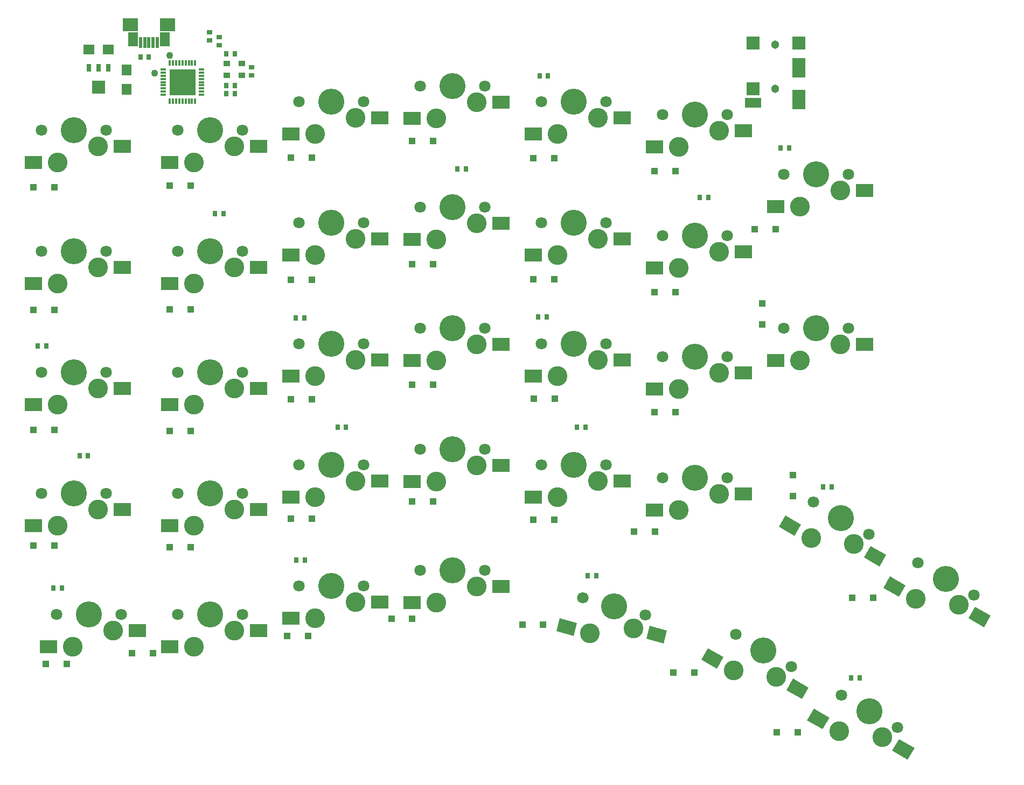
<source format=gbr>
G04 EAGLE Gerber RS-274X export*
G75*
%MOMM*%
%FSLAX34Y34*%
%LPD*%
%AMOC8*
5,1,8,0,0,1.08239X$1,22.5*%
G01*
%ADD10C,4.102000*%
%ADD11C,1.801600*%
%ADD12C,3.101600*%
%ADD13R,2.801600X2.101600*%
%ADD14R,1.117600X1.117600*%
%ADD15R,0.851600X0.401600*%
%ADD16R,0.401600X0.851600*%
%ADD17R,4.101600X4.101600*%
%ADD18R,0.551600X1.801600*%
%ADD19R,1.576600X2.201600*%
%ADD20R,2.476600X2.001600*%
%ADD21R,0.681600X1.301600*%
%ADD22R,2.101600X2.101600*%
%ADD23R,0.660400X0.863600*%
%ADD24R,1.501600X1.701600*%
%ADD25R,1.117600X0.863600*%
%ADD26R,0.863600X0.660400*%
%ADD27R,2.101600X3.101600*%
%ADD28R,2.601600X1.601600*%
%ADD29C,1.301600*%
%ADD30R,1.701600X1.501600*%
%ADD31C,1.101600*%


D10*
X71438Y1016000D03*
D11*
X20638Y1016000D03*
X122238Y1016000D03*
D12*
X109538Y990600D03*
X46038Y965200D03*
D13*
X147688Y990600D03*
X7888Y965200D03*
D10*
X666750Y1085438D03*
D11*
X615950Y1085438D03*
X717550Y1085438D03*
D12*
X704850Y1060038D03*
X641350Y1034638D03*
D13*
X743000Y1060038D03*
X603200Y1034638D03*
D10*
X476250Y1060625D03*
D11*
X425450Y1060625D03*
X527050Y1060625D03*
D12*
X514350Y1035225D03*
X450850Y1009825D03*
D13*
X552500Y1035225D03*
X412700Y1009825D03*
D10*
X857250Y1060625D03*
D11*
X806450Y1060625D03*
X908050Y1060625D03*
D12*
X895350Y1035225D03*
X831850Y1009825D03*
D13*
X933500Y1035225D03*
X793700Y1009825D03*
D10*
X1047750Y1040813D03*
D11*
X996950Y1040813D03*
X1098550Y1040813D03*
D12*
X1085850Y1015413D03*
X1022350Y990013D03*
D13*
X1124000Y1015413D03*
X984200Y990013D03*
D10*
X285750Y1016000D03*
D11*
X234950Y1016000D03*
X336550Y1016000D03*
D12*
X323850Y990600D03*
X260350Y965200D03*
D13*
X362000Y990600D03*
X222200Y965200D03*
D10*
X1238250Y946563D03*
D11*
X1187450Y946563D03*
X1289050Y946563D03*
D12*
X1276350Y921163D03*
X1212850Y895763D03*
D13*
X1314500Y921163D03*
X1174700Y895763D03*
D10*
X71438Y825500D03*
D11*
X20638Y825500D03*
X122238Y825500D03*
D12*
X109538Y800100D03*
X46038Y774700D03*
D13*
X147688Y800100D03*
X7888Y774700D03*
D10*
X285750Y825500D03*
D11*
X234950Y825500D03*
X336550Y825500D03*
D12*
X323850Y800100D03*
X260350Y774700D03*
D13*
X362000Y800100D03*
X222200Y774700D03*
D10*
X476250Y870125D03*
D11*
X425450Y870125D03*
X527050Y870125D03*
D12*
X514350Y844725D03*
X450850Y819325D03*
D13*
X552500Y844725D03*
X412700Y819325D03*
D10*
X666750Y894938D03*
D11*
X615950Y894938D03*
X717550Y894938D03*
D12*
X704850Y869538D03*
X641350Y844138D03*
D13*
X743000Y869538D03*
X603200Y844138D03*
D10*
X857250Y870125D03*
D11*
X806450Y870125D03*
X908050Y870125D03*
D12*
X895350Y844725D03*
X831850Y819325D03*
D13*
X933500Y844725D03*
X793700Y819325D03*
D10*
X1047750Y850313D03*
D11*
X996950Y850313D03*
X1098550Y850313D03*
D12*
X1085850Y824913D03*
X1022350Y799513D03*
D13*
X1124000Y824913D03*
X984200Y799513D03*
D10*
X1238250Y704533D03*
D11*
X1187450Y704533D03*
X1289050Y704533D03*
D12*
X1276350Y679133D03*
X1212850Y653733D03*
D13*
X1314500Y679133D03*
X1174700Y653733D03*
D10*
X71438Y635000D03*
D11*
X20638Y635000D03*
X122238Y635000D03*
D12*
X109538Y609600D03*
X46038Y584200D03*
D13*
X147688Y609600D03*
X7888Y584200D03*
D10*
X285750Y635000D03*
D11*
X234950Y635000D03*
X336550Y635000D03*
D12*
X323850Y609600D03*
X260350Y584200D03*
D13*
X362000Y609600D03*
X222200Y584200D03*
D10*
X476250Y679625D03*
D11*
X425450Y679625D03*
X527050Y679625D03*
D12*
X514350Y654225D03*
X450850Y628825D03*
D13*
X552500Y654225D03*
X412700Y628825D03*
D10*
X666750Y704438D03*
D11*
X615950Y704438D03*
X717550Y704438D03*
D12*
X704850Y679038D03*
X641350Y653638D03*
D13*
X743000Y679038D03*
X603200Y653638D03*
D10*
X857250Y679625D03*
D11*
X806450Y679625D03*
X908050Y679625D03*
D12*
X895350Y654225D03*
X831850Y628825D03*
D13*
X933500Y654225D03*
X793700Y628825D03*
D10*
X1047750Y659813D03*
D11*
X996950Y659813D03*
X1098550Y659813D03*
D12*
X1085850Y634413D03*
X1022350Y609013D03*
D13*
X1124000Y634413D03*
X984200Y609013D03*
D10*
X71438Y444500D03*
D11*
X20638Y444500D03*
X122238Y444500D03*
D12*
X109538Y419100D03*
X46038Y393700D03*
D13*
X147688Y419100D03*
X7888Y393700D03*
D10*
X285750Y444500D03*
D11*
X234950Y444500D03*
X336550Y444500D03*
D12*
X323850Y419100D03*
X260350Y393700D03*
D13*
X362000Y419100D03*
X222200Y393700D03*
D10*
X476250Y489125D03*
D11*
X425450Y489125D03*
X527050Y489125D03*
D12*
X514350Y463725D03*
X450850Y438325D03*
D13*
X552500Y463725D03*
X412700Y438325D03*
D10*
X666750Y513938D03*
D11*
X615950Y513938D03*
X717550Y513938D03*
D12*
X704850Y488538D03*
X641350Y463138D03*
D13*
X743000Y488538D03*
X603200Y463138D03*
D10*
X857250Y489125D03*
D11*
X806450Y489125D03*
X908050Y489125D03*
D12*
X895350Y463725D03*
X831850Y438325D03*
D13*
X933500Y463725D03*
X793700Y438325D03*
D10*
X1047750Y469313D03*
D11*
X996950Y469313D03*
X1098550Y469313D03*
D12*
X1085850Y443913D03*
X1022350Y418513D03*
D13*
X1124000Y443913D03*
X984200Y418513D03*
D10*
X1277620Y406083D03*
D11*
X1233626Y431483D03*
X1321614Y380683D03*
D12*
X1297916Y365035D03*
X1230223Y374788D03*
D13*
G36*
X1324077Y362064D02*
X1348339Y348056D01*
X1337831Y329856D01*
X1313569Y343864D01*
X1324077Y362064D01*
G37*
G36*
X1190307Y409967D02*
X1214569Y395959D01*
X1204061Y377759D01*
X1179799Y391767D01*
X1190307Y409967D01*
G37*
D10*
X1441958Y310325D03*
D11*
X1397964Y335725D03*
X1485952Y284925D03*
D12*
X1462254Y269277D03*
X1394561Y279030D03*
D13*
G36*
X1488415Y266306D02*
X1512677Y252298D01*
X1502169Y234098D01*
X1477907Y248106D01*
X1488415Y266306D01*
G37*
G36*
X1354645Y314209D02*
X1378907Y300201D01*
X1368399Y282001D01*
X1344137Y296009D01*
X1354645Y314209D01*
G37*
D10*
X95250Y254000D03*
D11*
X44450Y254000D03*
X146050Y254000D03*
D12*
X133350Y228600D03*
X69850Y203200D03*
D13*
X171500Y228600D03*
X31700Y203200D03*
D10*
X285750Y254000D03*
D11*
X234950Y254000D03*
X336550Y254000D03*
D12*
X323850Y228600D03*
X260350Y203200D03*
D13*
X362000Y228600D03*
X222200Y203200D03*
D10*
X476250Y298625D03*
D11*
X425450Y298625D03*
X527050Y298625D03*
D12*
X514350Y273225D03*
X450850Y247825D03*
D13*
X552500Y273225D03*
X412700Y247825D03*
D10*
X666750Y323438D03*
D11*
X615950Y323438D03*
X717550Y323438D03*
D12*
X704850Y298038D03*
X641350Y272638D03*
D13*
X743000Y298038D03*
X603200Y272638D03*
D10*
X920655Y266859D03*
D11*
X871586Y280007D03*
X969724Y253711D03*
D12*
X950883Y232463D03*
X882972Y224364D03*
D13*
G36*
X976922Y236364D02*
X1003983Y229113D01*
X998544Y208814D01*
X971483Y216065D01*
X976922Y236364D01*
G37*
G36*
X835311Y248013D02*
X862372Y240762D01*
X856933Y220463D01*
X829872Y227714D01*
X835311Y248013D01*
G37*
D10*
X1155700Y197168D03*
D11*
X1111706Y222568D03*
X1199694Y171767D03*
D12*
X1175996Y156120D03*
X1108303Y165873D03*
D13*
G36*
X1202157Y153149D02*
X1226419Y139141D01*
X1215911Y120941D01*
X1191649Y134949D01*
X1202157Y153149D01*
G37*
G36*
X1068387Y201052D02*
X1092649Y187044D01*
X1082141Y168844D01*
X1057879Y182852D01*
X1068387Y201052D01*
G37*
D10*
X1322070Y101918D03*
D11*
X1278076Y127318D03*
X1366064Y76517D03*
D12*
X1342366Y60870D03*
X1274673Y70623D03*
D13*
G36*
X1368527Y57899D02*
X1392789Y43891D01*
X1382281Y25691D01*
X1358019Y39699D01*
X1368527Y57899D01*
G37*
G36*
X1234757Y105802D02*
X1259019Y91794D01*
X1248511Y73594D01*
X1224249Y87602D01*
X1234757Y105802D01*
G37*
D14*
X7746Y926826D03*
X40666Y926826D03*
X603364Y999207D03*
X636284Y999207D03*
X412851Y972778D03*
X445771Y972778D03*
X793952Y972029D03*
X826872Y972029D03*
X984135Y951569D03*
X1017055Y951569D03*
X222541Y928569D03*
X255461Y928569D03*
X8026Y733091D03*
X40946Y733091D03*
X222173Y734285D03*
X255093Y734285D03*
X412635Y781033D03*
X445555Y781033D03*
X603186Y805036D03*
X636106Y805036D03*
X793800Y781513D03*
X826720Y781513D03*
X984237Y761228D03*
X1017157Y761228D03*
X1174598Y860296D03*
X1141678Y860296D03*
X8076Y544699D03*
X40996Y544699D03*
X222211Y543073D03*
X255131Y543073D03*
X412648Y593087D03*
X445568Y593087D03*
X603275Y615965D03*
X636195Y615965D03*
X794673Y593909D03*
X827593Y593909D03*
X984198Y572433D03*
X1017118Y572433D03*
X1153374Y710402D03*
X1153374Y743322D03*
X7932Y362289D03*
X40852Y362289D03*
X222452Y360016D03*
X255372Y360016D03*
X412610Y404694D03*
X445530Y404694D03*
X603364Y431545D03*
X636284Y431545D03*
X793622Y403149D03*
X826542Y403149D03*
X984692Y384862D03*
X951772Y384862D03*
X1201800Y440633D03*
X1201800Y473553D03*
X1328128Y280775D03*
X1295208Y280775D03*
X27838Y176281D03*
X60758Y176281D03*
X195764Y193579D03*
X162844Y193579D03*
X406889Y220572D03*
X439809Y220572D03*
X603649Y247381D03*
X570729Y247381D03*
X809373Y238471D03*
X776453Y238471D03*
X1047007Y162298D03*
X1014087Y162298D03*
X1209673Y68399D03*
X1176753Y68399D03*
D15*
X272350Y1111910D03*
X272350Y1106910D03*
X272350Y1101910D03*
X272350Y1096910D03*
X272350Y1091910D03*
X272350Y1086910D03*
X272350Y1081910D03*
X272350Y1076910D03*
X272350Y1071910D03*
D16*
X262350Y1061910D03*
X257350Y1061910D03*
X252350Y1061910D03*
X247350Y1061910D03*
X242350Y1061910D03*
X237350Y1061910D03*
X232350Y1061910D03*
X227350Y1061910D03*
X222350Y1061910D03*
D15*
X212350Y1071910D03*
X212350Y1076910D03*
X212350Y1081910D03*
X212350Y1086910D03*
X212350Y1091910D03*
X212350Y1096910D03*
X212350Y1101910D03*
X212350Y1106910D03*
X212350Y1111910D03*
D16*
X222350Y1121910D03*
X227350Y1121910D03*
X232350Y1121910D03*
X237350Y1121910D03*
X242350Y1121910D03*
X247350Y1121910D03*
X252350Y1121910D03*
X257350Y1121910D03*
X262350Y1121910D03*
D17*
X242350Y1091910D03*
D18*
X189640Y1154000D03*
X183140Y1154000D03*
X196140Y1154000D03*
X202640Y1154000D03*
X176640Y1154000D03*
D19*
X164640Y1159000D03*
X214640Y1159000D03*
D20*
X160140Y1182000D03*
X219140Y1182000D03*
D21*
X95500Y1114500D03*
X110500Y1114500D03*
X125500Y1114500D03*
D22*
X110500Y1083500D03*
D23*
X189500Y1131000D03*
X176500Y1131000D03*
D24*
X154850Y1110800D03*
X154850Y1080800D03*
D23*
X816500Y1102000D03*
X803500Y1102000D03*
X1195500Y988000D03*
X1182500Y988000D03*
X306500Y885000D03*
X293500Y885000D03*
X687500Y955000D03*
X674500Y955000D03*
X1068500Y910000D03*
X1055500Y910000D03*
X28000Y677000D03*
X15000Y677000D03*
X433500Y721000D03*
X420500Y721000D03*
X814500Y722000D03*
X801500Y722000D03*
X93500Y504000D03*
X80500Y504000D03*
X499500Y549000D03*
X486500Y549000D03*
D25*
X335800Y1102525D03*
X311788Y1102525D03*
X311788Y1121475D03*
X335800Y1121475D03*
D23*
X311500Y1136000D03*
X324500Y1136000D03*
D26*
X351000Y1102500D03*
X351000Y1115500D03*
D22*
X1211300Y1153400D03*
D27*
X1211300Y1114400D03*
X1211300Y1064400D03*
D22*
X1139300Y1153400D03*
X1139300Y1081400D03*
D28*
X1139300Y1059400D03*
D29*
X1174000Y1081000D03*
X1174000Y1151000D03*
D30*
X125500Y1143250D03*
X95500Y1143250D03*
D26*
X285000Y1170500D03*
X285000Y1157500D03*
X300000Y1162500D03*
X300000Y1149500D03*
D23*
X875500Y549000D03*
X862500Y549000D03*
X1262500Y455000D03*
X1249500Y455000D03*
X52500Y296000D03*
X39500Y296000D03*
X434500Y340000D03*
X421500Y340000D03*
X892500Y315000D03*
X879500Y315000D03*
X1306500Y154000D03*
X1293500Y154000D03*
X311500Y1074000D03*
X324500Y1074000D03*
D31*
X222500Y1134000D03*
X198500Y1106000D03*
D23*
X311500Y1086000D03*
X324500Y1086000D03*
M02*

</source>
